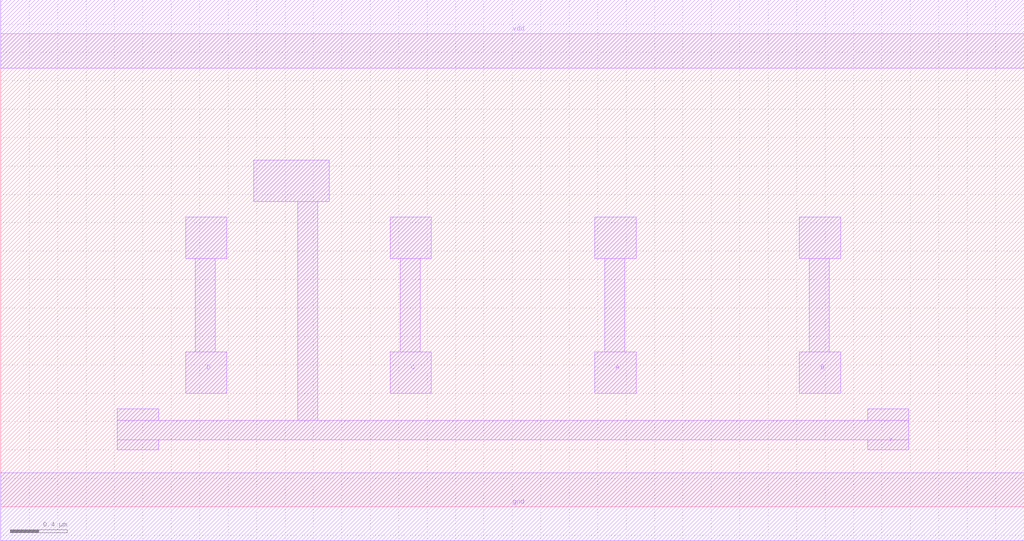
<source format=lef>
VERSION 5.7 ;
  NOWIREEXTENSIONATPIN ON ;
  DIVIDERCHAR "/" ;
  BUSBITCHARS "[]" ;
MACRO AOI22X1
  CLASS CORE ;
  FOREIGN AOI22X1 ;
  ORIGIN 0.000 0.000 ;
  SIZE 7.200 BY 3.330 ;
  SYMMETRY X Y R90 ;
  SITE unithd ;
  PIN vdd
    DIRECTION INOUT ;
    USE POWER ;
    SHAPE ABUTMENT ;
    PORT
      LAYER met1 ;
        RECT 0.000 3.090 7.200 3.570 ;
    END
  END vdd
  PIN gnd
    DIRECTION INOUT ;
    USE GROUND ;
    SHAPE ABUTMENT ;
    PORT
      LAYER met1 ;
        RECT 0.000 -0.240 7.200 0.240 ;
    END
  END gnd
  PIN Y
    DIRECTION INOUT ;
    USE SIGNAL ;
    SHAPE ABUTMENT ;
    PORT
      LAYER met1 ;
        RECT 1.780 2.150 2.310 2.440 ;
        RECT 0.820 0.610 1.110 0.690 ;
        RECT 2.090 0.610 2.230 2.150 ;
        RECT 6.100 0.610 6.390 0.690 ;
        RECT 0.820 0.470 6.390 0.610 ;
        RECT 0.820 0.400 1.110 0.470 ;
        RECT 6.100 0.400 6.390 0.470 ;
    END
  END Y
  PIN B
    DIRECTION INOUT ;
    USE SIGNAL ;
    SHAPE ABUTMENT ;
    PORT
      LAYER met1 ;
        RECT 5.620 1.750 5.910 2.040 ;
        RECT 5.690 1.090 5.830 1.750 ;
        RECT 5.620 0.800 5.910 1.090 ;
    END
  END B
  PIN C
    DIRECTION INOUT ;
    USE SIGNAL ;
    SHAPE ABUTMENT ;
    PORT
      LAYER met1 ;
        RECT 2.740 1.750 3.030 2.040 ;
        RECT 2.810 1.090 2.950 1.750 ;
        RECT 2.740 0.800 3.030 1.090 ;
    END
  END C
  PIN A
    DIRECTION INOUT ;
    USE SIGNAL ;
    SHAPE ABUTMENT ;
    PORT
      LAYER met1 ;
        RECT 4.180 1.750 4.470 2.040 ;
        RECT 4.250 1.090 4.390 1.750 ;
        RECT 4.180 0.800 4.470 1.090 ;
    END
  END A
  PIN D
    DIRECTION INOUT ;
    USE SIGNAL ;
    SHAPE ABUTMENT ;
    PORT
      LAYER met1 ;
        RECT 1.300 1.750 1.590 2.040 ;
        RECT 1.370 1.090 1.510 1.750 ;
        RECT 1.300 0.800 1.590 1.090 ;
    END
  END D
END AOI22X1
END LIBRARY


</source>
